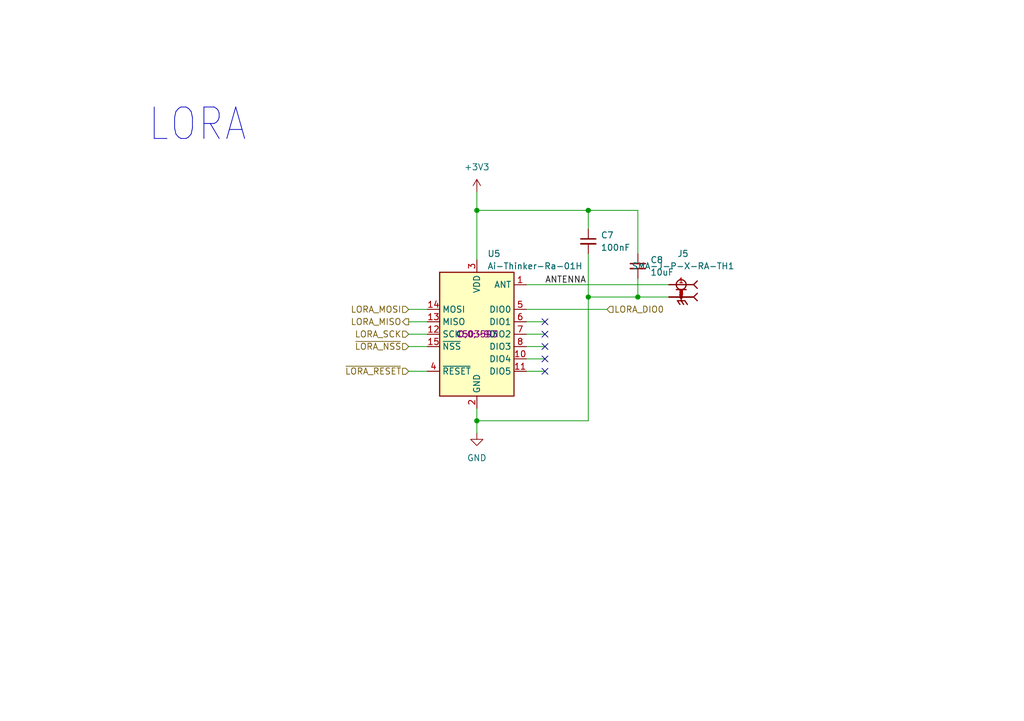
<source format=kicad_sch>
(kicad_sch (version 20250114) (generator "eeschema") (generator_version "9.0")
  (paper "A5")
  (lib_symbols
    (symbol "Device:C_Small" (pin_numbers (hide yes)) (pin_names (offset 0.254) (hide yes))
      (property "Reference" "C" (at 0.254 1.778 0))
      (property "Value" "C_Small" (at 0.254 -2.032 0))
      (symbol "C_Small_0_1"
        (polyline (pts (xy -1.524 0.508) (xy 1.524 0.508)) (stroke (width 0.3048)))
        (polyline (pts (xy -1.524 -0.508) (xy 1.524 -0.508)) (stroke (width 0.3302)))
      )
      (symbol "C_Small_1_1"
        (pin passive line (at 0 2.54 270) (length 2.032) (name "~") (number "1"))
        (pin passive line (at 0 -2.54 90) (length 2.032) (name "~") (number "2"))
      )
    )
    (symbol "RF_Module:Ai-Thinker-Ra-01"
      (property "Reference" "U" (at 2.54 17.78 0))
      (property "Value" "Ai-Thinker-Ra-01" (at 13.97 -15.24 0))
      (symbol "Ai-Thinker-Ra-01_0_1"
        (rectangle (start -7.62 12.7) (end 7.62 -12.7) (stroke (width 0.254)) (fill (type background)))
      )
      (symbol "Ai-Thinker-Ra-01_1_1"
        (pin input line (at -10.16 5.08 0) (length 2.54) (name "MOSI") (number "14"))
        (pin output line (at -10.16 2.54 0) (length 2.54) (name "MISO") (number "13"))
        (pin input line (at -10.16 0 0) (length 2.54) (name "SCK") (number "12"))
        (pin input line (at -10.16 -2.54 0) (length 2.54) (name "~{NSS}") (number "15"))
        (pin input line (at -10.16 -7.62 0) (length 2.54) (name "~{RESET}") (number "4"))
        (pin power_in line (at 0 15.24 270) (length 2.54) (name "VDD") (number "3"))
        (pin passive line (at 0 -15.24 90) (length 2.54) (hide yes) (name "GND") (number "16"))
        (pin power_in line (at 0 -15.24 90) (length 2.54) (name "GND") (number "2"))
        (pin passive line (at 0 -15.24 90) (length 2.54) (hide yes) (name "GND") (number "9"))
        (pin passive line (at 10.16 10.16 180) (length 2.54) (name "ANT") (number "1"))
        (pin bidirectional line (at 10.16 5.08 180) (length 2.54) (name "DIO0") (number "5"))
        (pin bidirectional line (at 10.16 2.54 180) (length 2.54) (name "DIO1") (number "6"))
        (pin bidirectional line (at 10.16 0 180) (length 2.54) (name "DIO2") (number "7"))
        (pin bidirectional line (at 10.16 -2.54 180) (length 2.54) (name "DIO3") (number "8"))
        (pin bidirectional line (at 10.16 -5.08 180) (length 2.54) (name "DIO4") (number "10"))
        (pin bidirectional line (at 10.16 -7.62 180) (length 2.54) (name "DIO5") (number "11"))
      )
    )
    (symbol "SMA-J-P-X-RA-TH1:SMA-J-P-X-RA-TH1" (pin_names (offset 1.016))
      (property "Reference" "J" (at -3.81 4.064 0))
      (property "Value" "SMA-J-P-X-RA-TH1" (at -4.064 -4.318 0))
      (symbol "SMA-J-P-X-RA-TH1_0_0"
        (polyline (pts (xy -3.302 3.302) (xy -2.54 2.54)) (stroke (width 0.254)))
        (polyline (pts (xy -3.302 1.778) (xy -2.54 2.54)) (stroke (width 0.254)))
        (polyline (pts (xy -3.302 0.762) (xy -2.54 0)) (stroke (width 0.254)))
        (polyline (pts (xy -3.302 -0.762) (xy -2.54 0)) (stroke (width 0.254)))
        (polyline (pts (xy -2.54 2.54) (xy 2.54 2.54)) (stroke (width 0.254)))
        (polyline (pts (xy -2.54 0) (xy 0 0)) (stroke (width 0.254)))
        (polyline (pts (xy -1.016 1.524) (xy 0 1.524)) (stroke (width 0.254)))
        (polyline (pts (xy -0.762 -0.762) (xy -1.27 -1.524)) (stroke (width 0.254)))
        (circle (center 0 2.54) (radius 1.016) (stroke (width 0.254)))
        (polyline (pts (xy 0 1.524) (xy 0 0)) (stroke (width 0.254)))
        (polyline (pts (xy 0 1.524) (xy 1.016 1.524)) (stroke (width 0.254)))
        (polyline (pts (xy 0 0) (xy -2.286 0)) (stroke (width 0.254)))
        (polyline (pts (xy 0 0) (xy 0 -0.762)) (stroke (width 0.254)))
        (circle (center 0 0) (radius 0.254) (stroke (width 0.254)))
        (polyline (pts (xy 0 -0.762) (xy -0.762 -0.762)) (stroke (width 0.254)))
        (polyline (pts (xy 0 -0.762) (xy -0.508 -1.524)) (stroke (width 0.254)))
        (polyline (pts (xy 0 -0.762) (xy 0.762 -0.762)) (stroke (width 0.254)))
        (polyline (pts (xy 0.762 -0.762) (xy 0.254 -1.524)) (stroke (width 0.254)))
        (polyline (pts (xy 2.54 0) (xy 0 0)) (stroke (width 0.254)))
        (pin passive line (at 2.54 2.54 180) (length 5.08) (name "~") (number "1"))
        (pin passive line (at 2.54 0 180) (length 5.08) (name "~") (number "2"))
        (pin passive line (at 2.54 0 180) (length 5.08) (name "~") (number "3"))
        (pin passive line (at 2.54 0 180) (length 5.08) (name "~") (number "4"))
        (pin passive line (at 2.54 0 180) (length 5.08) (name "~") (number "5"))
      )
    )
    (symbol "power:+3V3" (power) (pin_numbers (hide yes)) (pin_names (offset 0) (hide yes))
      (property "Value" "+3V3" (at 0 3.556 0))
      (symbol "+3V3_0_1"
        (polyline (pts (xy -0.762 1.27) (xy 0 2.54)))
        (polyline (pts (xy 0 2.54) (xy 0.762 1.27)))
        (polyline (pts (xy 0 0) (xy 0 2.54)))
      )
      (symbol "+3V3_1_1"
        (pin power_in line (at 0 0 90) (length 0) (name "~") (number "1"))
      )
    )
    (symbol "power:GND" (power) (pin_numbers (hide yes)) (pin_names (offset 0) (hide yes))
      (property "Value" "GND" (at 0 -3.81 0))
      (symbol "GND_0_1"
        (polyline (pts (xy 0 0) (xy 0 -1.27) (xy 1.27 -1.27) (xy 0 -2.54) (xy -1.27 -1.27) (xy 0 -1.27)))
      )
      (symbol "GND_1_1"
        (pin power_in line (at 0 0 270) (length 0) (name "~") (number "1"))
      )
    )
  )
  (text "LORA" (at 30.226 29.464 0) (effects (font (size 6.4516 5.4838)) (justify left bottom)))
  (junction (at 97.79 43.18))
  (junction (at 97.79 86.36))
  (junction (at 130.81 60.96))
  (junction (at 120.65 60.96))
  (junction (at 120.65 43.18))
  (no_connect (at 111.76 68.58))
  (no_connect (at 111.76 73.66))
  (no_connect (at 111.76 71.12))
  (no_connect (at 111.76 76.2))
  (no_connect (at 111.76 66.04))
  (wire (pts (xy 120.65 86.36) (xy 97.79 86.36)))
  (wire (pts (xy 83.82 63.5) (xy 87.63 63.5)))
  (wire (pts (xy 130.81 60.96) (xy 137.16 60.96)))
  (wire (pts (xy 97.79 83.82) (xy 97.79 86.36)))
  (wire (pts (xy 97.79 86.36) (xy 97.79 88.9)))
  (wire (pts (xy 97.79 43.18) (xy 97.79 53.34)))
  (wire (pts (xy 120.65 46.99) (xy 120.65 43.18)))
  (wire (pts (xy 97.79 43.18) (xy 120.65 43.18)))
  (wire (pts (xy 107.95 71.12) (xy 111.76 71.12)))
  (wire (pts (xy 97.79 39.37) (xy 97.79 43.18)))
  (wire (pts (xy 120.65 52.07) (xy 120.65 60.96)))
  (wire (pts (xy 83.82 68.58) (xy 87.63 68.58)))
  (wire (pts (xy 107.95 73.66) (xy 111.76 73.66)))
  (wire (pts (xy 130.81 52.07) (xy 130.81 43.18)))
  (wire (pts (xy 120.65 60.96) (xy 120.65 86.36)))
  (wire (pts (xy 130.81 43.18) (xy 120.65 43.18)))
  (wire (pts (xy 107.95 58.42) (xy 137.16 58.42)))
  (wire (pts (xy 83.82 66.04) (xy 87.63 66.04)))
  (wire (pts (xy 83.82 76.2) (xy 87.63 76.2)))
  (wire (pts (xy 120.65 60.96) (xy 130.81 60.96)))
  (wire (pts (xy 107.95 68.58) (xy 111.76 68.58)))
  (wire (pts (xy 107.95 76.2) (xy 111.76 76.2)))
  (wire (pts (xy 130.81 57.15) (xy 130.81 60.96)))
  (wire (pts (xy 107.95 66.04) (xy 111.76 66.04)))
  (wire (pts (xy 83.82 71.12) (xy 87.63 71.12)))
  (wire (pts (xy 107.95 63.5) (xy 124.46 63.5)))
  (label "ANTENNA" (at 111.76 58.42 0))
  (hierarchical_label "~{LORA_NSS}" (shape input) (at 83.82 71.12 180))
  (hierarchical_label "~{LORA_RESET}" (shape input) (at 83.82 76.2 180))
  (hierarchical_label "LORA_MOSI" (shape input) (at 83.82 63.5 180))
  (hierarchical_label "LORA_SCK" (shape input) (at 83.82 68.58 180))
  (hierarchical_label "LORA_DIO0" (shape input) (at 124.46 63.5 0))
  (hierarchical_label "LORA_MISO" (shape output) (at 83.82 66.04 180))
  (symbol (lib_id "SMA-J-P-X-RA-TH1:SMA-J-P-X-RA-TH1") (at 139.7 60.96 0) (mirror y) (unit 1)
    (property "Reference" "J5" (at 140.081 52.07 0))
    (property "Value" "SMA-J-P-X-RA-TH1" (at 140.081 54.61 0))
    (property "Footprint" "SMA-J-P-X-RA-TH1:SAMTEC_SMA-J-P-X-RA-TH1" (effects (hide yes)))
    (property "MF" "Samtec" (effects (hide yes)))
    (property "MAXIMUM_PACKAGE_HEIGHT" "9.86mm" (effects (hide yes)))
    (property "Package" "None" (effects (hide yes)))
    (property "Price" "None" (effects (hide yes)))
    (property "Check_prices" "https://www.snapeda.com/parts/SMA-J-P-H-RA-TH1/Samtec+Inc./view-part/?ref=eda" (effects (hide yes)))
    (property "STANDARD" "Manufacturer Recommendations" (effects (hide yes)))
    (property "PARTREV" "K" (effects (hide yes)))
    (property "SnapEDA_Link" "https://www.snapeda.com/parts/SMA-J-P-H-RA-TH1/Samtec+Inc./view-part/?ref=snap" (effects (hide yes)))
    (property "MP" "SMA-J-P-H-RA-TH1" (effects (hide yes)))
    (property "Description_1" "SMA Connector Jack, Female Socket 50 Ohms Through Hole, Right Angle Solder" (effects (hide yes)))
    (property "Availability" "In Stock" (effects (hide yes)))
    (property "MANUFACTURER" "Samtec" (effects (hide yes)))
  )
  (symbol (lib_id "Device:C_Small") (at 120.65 49.53 0) (unit 1)
    (property "Reference" "C7" (at 123.19 48.2662 0) (effects (justify left)))
    (property "Value" "100nF" (at 123.19 50.8062 0) (effects (justify left)))
    (property "Footprint" "Capacitor_SMD:C_0402_1005Metric" (effects (hide yes)))
    (property "Description" "Unpolarized capacitor, small symbol" (effects (hide yes)))
    (property "LCSC" "C307331" (effects (hide yes)))
  )
  (symbol (lib_id "power:+3V3") (at 97.79 39.37 0) (unit 1)
    (property "Reference" "#PWR033" (effects (hide yes)))
    (property "Value" "+3V3" (at 97.79 34.29 0))
    (property "Description" "Power symbol creates a global label with name \"+3V3\"" (effects (hide yes)))
  )
  (symbol (lib_id "RF_Module:Ai-Thinker-Ra-01") (at 97.79 68.58 0) (unit 1)
    (property "Reference" "U5" (at 99.9333 52.07 0) (effects (justify left)))
    (property "Value" "Ai-Thinker-Ra-01H" (at 99.9333 54.61 0) (effects (justify left)))
    (property "Footprint" "RF_Module:Ai-Thinker-Ra-01-LoRa" (effects (hide yes)))
    (property "Datasheet" "https://docs.ai-thinker.com/_media/lora/docs/ra-01h_product_specification_en.pdf" (effects (hide yes)))
    (property "Description" "Ai-Thinker Ra-01H 803-930 MHz LoRa Module, SPI interface, external antenna" (effects (hide yes)))
    (property "LCSC" "C503593" (at 97.79 68.58 0))
    (property "JLCPCB_CORRECTION" "0;0;-90" (at 97.79 68.58 0))
  )
  (symbol (lib_id "Device:C_Small") (at 130.81 54.61 0) (unit 1)
    (property "Reference" "C8" (at 133.35 53.3462 0) (effects (justify left)))
    (property "Value" "10uF" (at 133.35 55.8862 0) (effects (justify left)))
    (property "Footprint" "Capacitor_SMD:C_0603_1608Metric" (effects (hide yes)))
    (property "Description" "Unpolarized capacitor, small symbol" (effects (hide yes)))
    (property "LCSC" "C96446" (effects (hide yes)))
  )
  (symbol (lib_id "power:GND") (at 97.79 88.9 0) (unit 1)
    (property "Reference" "#PWR034" (effects (hide yes)))
    (property "Value" "GND" (at 97.79 93.98 0))
    (property "Description" "Power symbol creates a global label with name \"GND\" , ground" (effects (hide yes)))
  )
)
</source>
